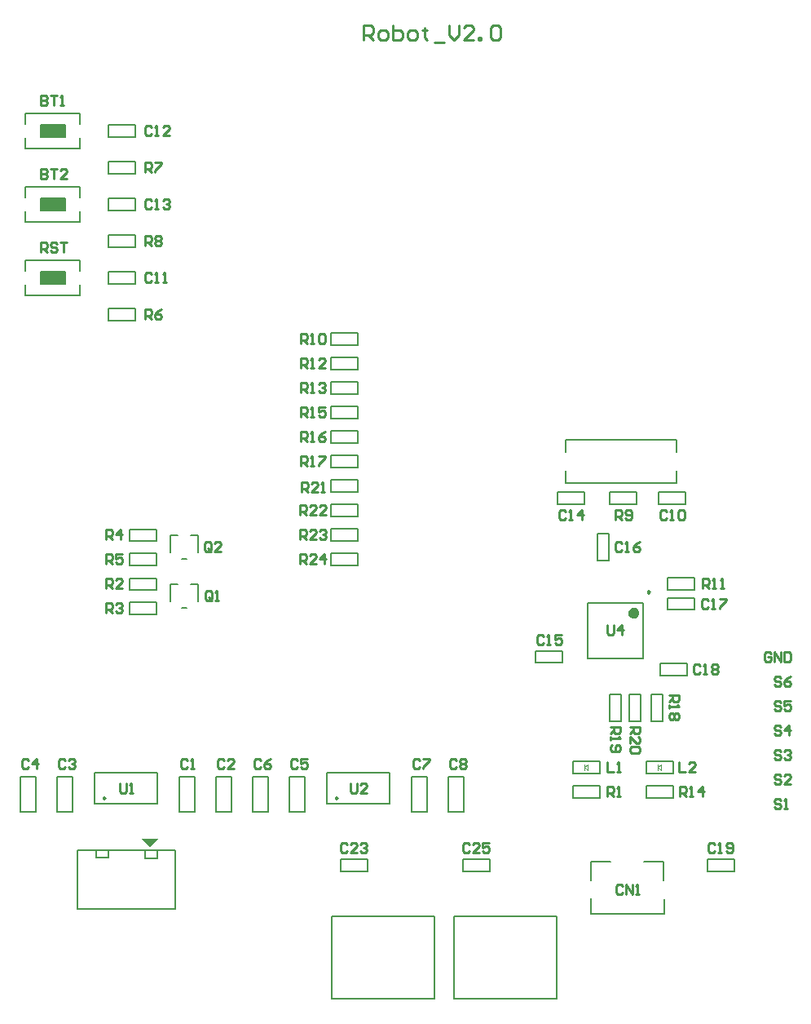
<source format=gto>
G04*
G04 #@! TF.GenerationSoftware,Altium Limited,Altium Designer,21.3.2 (30)*
G04*
G04 Layer_Color=65535*
%FSLAX25Y25*%
%MOIN*%
G70*
G04*
G04 #@! TF.SameCoordinates,0941D6B8-9053-4ACA-ABC4-2B4951EE2B0C*
G04*
G04*
G04 #@! TF.FilePolarity,Positive*
G04*
G01*
G75*
%ADD10C,0.00984*%
%ADD11C,0.02362*%
%ADD12C,0.00787*%
%ADD13C,0.00700*%
%ADD14C,0.00394*%
%ADD15C,0.00800*%
%ADD16C,0.01000*%
%ADD17R,0.10000X0.05000*%
G36*
X73550Y30950D02*
X66450D01*
X69950Y27450D01*
Y27350D01*
X73550Y30950D01*
D02*
G37*
D10*
X274055Y131693D02*
X273317Y132119D01*
Y131267D01*
X274055Y131693D01*
X146492Y47417D02*
X145754Y47844D01*
Y46991D01*
X146492Y47417D01*
X51492D02*
X50754Y47844D01*
Y46991D01*
X51492Y47417D01*
D11*
X268543Y123130D02*
X268099Y124053D01*
X267099Y124281D01*
X266298Y123642D01*
Y122617D01*
X267099Y121978D01*
X268099Y122206D01*
X268543Y123130D01*
D12*
X277638Y172362D02*
X288661D01*
X277638Y167638D02*
Y172362D01*
Y167638D02*
X288661D01*
Y172362D01*
X257638Y167638D02*
Y172362D01*
X268661D01*
Y167638D02*
Y172362D01*
X257638Y167638D02*
X268661D01*
X236339D02*
X247362D01*
Y172362D01*
X236339D02*
X247362D01*
X236339Y167638D02*
Y172362D01*
X252795Y144331D02*
Y155354D01*
Y144331D02*
X257520D01*
Y155354D01*
X252795D02*
X257520D01*
X239685Y193861D02*
X284961D01*
X239685Y176145D02*
X284961D01*
Y188940D02*
Y193861D01*
Y176145D02*
Y181066D01*
X239685Y188940D02*
Y193861D01*
Y176145D02*
Y181066D01*
X208661Y17638D02*
Y22362D01*
X197638Y17638D02*
X208661D01*
X197638D02*
Y22362D01*
X208661D01*
X158661Y17638D02*
Y22362D01*
X147638Y17638D02*
X158661D01*
X147638D02*
Y22362D01*
X158661D01*
X308661Y17638D02*
Y22362D01*
X297638Y17638D02*
X308661D01*
X297638D02*
Y22362D01*
X308661D01*
X250000Y158D02*
Y6457D01*
Y158D02*
X280118D01*
Y6260D01*
X250000Y21614D02*
X258268D01*
X250000Y13740D02*
Y21614D01*
X279921Y13740D02*
Y21614D01*
X271654D02*
X279921D01*
X242638Y57638D02*
Y62362D01*
X253661D01*
Y57638D02*
Y62362D01*
X242638Y57638D02*
X253661D01*
X253661Y47638D02*
Y52362D01*
X242638Y47638D02*
X253661D01*
X242638D02*
Y52362D01*
X253661D01*
X272638Y47638D02*
Y52362D01*
X283661D01*
Y47638D02*
Y52362D01*
X272638Y47638D02*
X283661D01*
X272638Y57638D02*
Y62362D01*
X283661D01*
Y57638D02*
Y62362D01*
X272638Y57638D02*
X283661D01*
X279362Y78839D02*
Y89862D01*
X274638D02*
X279362D01*
X274638Y78839D02*
Y89862D01*
Y78839D02*
X279362D01*
X265638Y78839D02*
Y89862D01*
Y78839D02*
X270362D01*
Y89862D01*
X265638D02*
X270362D01*
X257669Y78839D02*
Y89862D01*
Y78839D02*
X262394D01*
Y89862D01*
X257669D02*
X262394D01*
X281563Y132638D02*
Y137362D01*
X292587D01*
Y132638D02*
Y137362D01*
X281563Y132638D02*
X292587D01*
X281563Y129035D02*
X292587D01*
X281563Y124311D02*
Y129035D01*
Y124311D02*
X292587D01*
Y129035D01*
X278543Y102362D02*
X289567D01*
X278543Y97638D02*
Y102362D01*
Y97638D02*
X289567D01*
Y102362D01*
X227571Y102657D02*
X238595D01*
Y107382D01*
X227571D02*
X238595D01*
X227571Y102657D02*
Y107382D01*
X248858Y127067D02*
X271299D01*
X248858Y104626D02*
X271299D01*
Y127067D01*
X248858Y104626D02*
Y127067D01*
X72362Y152480D02*
Y157205D01*
X61339Y152480D02*
X72362D01*
X61339D02*
Y157205D01*
X72362D01*
X61339Y142638D02*
Y147362D01*
X72362D01*
Y142638D02*
Y147362D01*
X61339Y142638D02*
X72362D01*
X72362Y132480D02*
Y137205D01*
X61339Y132480D02*
X72362D01*
X61339D02*
Y137205D01*
X72362D01*
X61339Y122638D02*
Y127362D01*
X72362D01*
Y122638D02*
Y127362D01*
X61339Y122638D02*
X72362D01*
X78031Y134646D02*
X81083D01*
X86398D02*
X89449D01*
Y127756D02*
Y134646D01*
X82657Y125197D02*
X84823D01*
X78031Y127756D02*
Y134646D01*
Y154646D02*
X81083D01*
X86398D02*
X89449D01*
Y147756D02*
Y154646D01*
X82657Y145197D02*
X84823D01*
X78031Y147756D02*
Y154646D01*
X143839Y142638D02*
Y147362D01*
X154862D01*
Y142638D02*
Y147362D01*
X143839Y142638D02*
X154862D01*
X143839Y152638D02*
Y157362D01*
X154862D01*
Y152638D02*
Y157362D01*
X143839Y152638D02*
X154862D01*
X143839Y162638D02*
Y167362D01*
X154862D01*
Y162638D02*
Y167362D01*
X143839Y162638D02*
X154862D01*
X143839Y172638D02*
Y177362D01*
X154862D01*
Y172638D02*
Y177362D01*
X143839Y172638D02*
X154862D01*
X143839Y182638D02*
Y187362D01*
X154862D01*
Y182638D02*
Y187362D01*
X143839Y182638D02*
X154862D01*
X143839Y192638D02*
Y197362D01*
X154862D01*
Y192638D02*
Y197362D01*
X143839Y192638D02*
X154862D01*
X143839Y202638D02*
Y207362D01*
X154862D01*
Y202638D02*
Y207362D01*
X143839Y202638D02*
X154862D01*
X143839Y212638D02*
Y217362D01*
X154862D01*
Y212638D02*
Y217362D01*
X143839Y212638D02*
X154862D01*
X143839Y222638D02*
Y227362D01*
X154862D01*
Y222638D02*
Y227362D01*
X143839Y222638D02*
X154862D01*
X143839Y232638D02*
Y237362D01*
X154862D01*
Y232638D02*
Y237362D01*
X143839Y232638D02*
X154862D01*
X52638Y317638D02*
X63661D01*
Y322362D01*
X52638D02*
X63661D01*
X52638Y317638D02*
Y322362D01*
Y242638D02*
Y247362D01*
X63661D01*
Y242638D02*
Y247362D01*
X52638Y242638D02*
X63661D01*
X52638Y257638D02*
X63661D01*
Y262362D01*
X52638D02*
X63661D01*
X52638Y257638D02*
Y262362D01*
Y272638D02*
Y277362D01*
X63661D01*
Y272638D02*
Y277362D01*
X52638Y272638D02*
X63661D01*
X52638Y287638D02*
X63661D01*
Y292362D01*
X52638D02*
X63661D01*
X52638Y287638D02*
Y292362D01*
Y302638D02*
Y307362D01*
X63661D01*
Y302638D02*
Y307362D01*
X52638Y302638D02*
X63661D01*
X41061Y312700D02*
Y317200D01*
Y322800D02*
Y327300D01*
X18861D02*
X41061D01*
X18861Y312700D02*
X41061D01*
X18861D02*
Y317200D01*
Y322800D02*
Y327300D01*
X41061Y282700D02*
Y287200D01*
Y292800D02*
Y297300D01*
X18861D02*
X41061D01*
X18861Y282700D02*
X41061D01*
X18861D02*
Y287200D01*
Y292800D02*
Y297300D01*
X41061Y252700D02*
Y257200D01*
Y262800D02*
Y267300D01*
X18861D02*
X41061D01*
X18861Y252700D02*
X41061D01*
X18861D02*
Y257200D01*
Y262800D02*
Y267300D01*
X31752Y56185D02*
X38150D01*
Y41815D02*
Y56185D01*
X31752Y41815D02*
X38150D01*
X31752D02*
Y56185D01*
X176752Y41815D02*
Y56185D01*
Y41815D02*
X183150D01*
Y56185D01*
X176752D02*
X183150D01*
X142205Y45118D02*
X167795D01*
X142205Y57717D02*
X167795D01*
X142205Y45118D02*
Y57717D01*
X167795Y45118D02*
Y57717D01*
X126752Y41815D02*
Y56185D01*
Y41815D02*
X133150D01*
Y56185D01*
X126752D02*
X133150D01*
X111752Y41815D02*
Y56185D01*
Y41815D02*
X118150D01*
Y56185D01*
X111752D02*
X118150D01*
X191752Y41815D02*
Y56185D01*
Y41815D02*
X198150D01*
Y56185D01*
X191752D02*
X198150D01*
X47205Y45118D02*
X72795D01*
X47205Y57717D02*
X72795D01*
X47205Y45118D02*
Y57717D01*
X72795Y45118D02*
Y57717D01*
X16752Y41815D02*
Y56185D01*
Y41815D02*
X23150D01*
Y56185D01*
X16752D02*
X23150D01*
X96752Y41815D02*
Y56185D01*
Y41815D02*
X103150D01*
Y56185D01*
X96752D02*
X103150D01*
X81752Y41815D02*
Y56185D01*
Y41815D02*
X88150D01*
Y56185D01*
X81752D02*
X88150D01*
X235984Y-34500D02*
Y-1000D01*
X194000Y-34500D02*
X235984D01*
X194000D02*
Y-1000D01*
X235984D01*
X185984Y-34500D02*
Y-1000D01*
X144000Y-34500D02*
X185984D01*
X144000D02*
Y-1000D01*
X185984D01*
D13*
X47900Y23000D02*
Y26000D01*
Y23000D02*
X52900D01*
Y26000D01*
X67800Y22900D02*
Y25900D01*
Y22900D02*
X72800D01*
Y25900D01*
X40000Y2000D02*
Y16000D01*
X80000Y2000D02*
Y26000D01*
X40000D02*
X80000D01*
X40000Y16000D02*
Y26000D01*
Y2000D02*
X80000D01*
D14*
X247450Y58800D02*
Y61200D01*
Y60000D02*
X248850Y58800D01*
X247450Y60000D02*
X248850Y61200D01*
Y58800D02*
Y61200D01*
X277450Y58800D02*
Y61200D01*
Y60000D02*
X278850Y58800D01*
X277450Y60000D02*
X278850Y61200D01*
Y58800D02*
Y61200D01*
D15*
X24961Y317500D02*
Y322500D01*
Y317500D02*
X34961D01*
Y322500D01*
X24961D02*
X34961D01*
X24961Y287500D02*
Y292500D01*
Y287500D02*
X34961D01*
Y292500D01*
X24961D02*
X34961D01*
X24961Y257500D02*
Y262500D01*
Y257500D02*
X34961D01*
Y262500D01*
X24961D02*
X34961D01*
D16*
X157000Y357000D02*
Y362998D01*
X159999D01*
X160999Y361998D01*
Y359999D01*
X159999Y358999D01*
X157000D01*
X158999D02*
X160999Y357000D01*
X163998D02*
X165997D01*
X166997Y357999D01*
Y359999D01*
X165997Y360998D01*
X163998D01*
X162998Y359999D01*
Y357999D01*
X163998Y357000D01*
X168996Y362998D02*
Y357000D01*
X171995D01*
X172995Y357999D01*
Y358999D01*
Y359999D01*
X171995Y360998D01*
X168996D01*
X175994Y357000D02*
X177993D01*
X178993Y357999D01*
Y359999D01*
X177993Y360998D01*
X175994D01*
X174994Y359999D01*
Y357999D01*
X175994Y357000D01*
X181992Y361998D02*
Y360998D01*
X180992D01*
X182992D01*
X181992D01*
Y357999D01*
X182992Y357000D01*
X185991Y356000D02*
X189989D01*
X191989Y362998D02*
Y358999D01*
X193988Y357000D01*
X195987Y358999D01*
Y362998D01*
X201985Y357000D02*
X197987D01*
X201985Y360998D01*
Y361998D01*
X200986Y362998D01*
X198986D01*
X197987Y361998D01*
X203985Y357000D02*
Y357999D01*
X204984D01*
Y357000D01*
X203985D01*
X208983Y361998D02*
X209983Y362998D01*
X211982D01*
X212982Y361998D01*
Y357999D01*
X211982Y357000D01*
X209983D01*
X208983Y357999D01*
Y361998D01*
X282001Y89498D02*
X285999D01*
Y87499D01*
X285333Y86833D01*
X284000D01*
X283334Y87499D01*
Y89498D01*
Y88165D02*
X282001Y86833D01*
Y85500D02*
Y84167D01*
Y84833D01*
X285999D01*
X285333Y85500D01*
Y82167D02*
X285999Y81501D01*
Y80168D01*
X285333Y79502D01*
X284666D01*
X284000Y80168D01*
X283334Y79502D01*
X282667D01*
X282001Y80168D01*
Y81501D01*
X282667Y82167D01*
X283334D01*
X284000Y81501D01*
X284666Y82167D01*
X285333D01*
X284000Y81501D02*
Y80168D01*
X323667Y106332D02*
X323001Y106999D01*
X321668D01*
X321001Y106332D01*
Y103666D01*
X321668Y103000D01*
X323001D01*
X323667Y103666D01*
Y104999D01*
X322334D01*
X325000Y103000D02*
Y106999D01*
X327666Y103000D01*
Y106999D01*
X328999D02*
Y103000D01*
X330998D01*
X331664Y103666D01*
Y106332D01*
X330998Y106999D01*
X328999D01*
X327666Y96332D02*
X326999Y96999D01*
X325666D01*
X325000Y96332D01*
Y95666D01*
X325666Y94999D01*
X326999D01*
X327666Y94333D01*
Y93666D01*
X326999Y93000D01*
X325666D01*
X325000Y93666D01*
X331664Y96999D02*
X330332Y96332D01*
X328999Y94999D01*
Y93666D01*
X329665Y93000D01*
X330998D01*
X331664Y93666D01*
Y94333D01*
X330998Y94999D01*
X328999D01*
X327666Y46332D02*
X326999Y46999D01*
X325666D01*
X325000Y46332D01*
Y45666D01*
X325666Y44999D01*
X326999D01*
X327666Y44333D01*
Y43666D01*
X326999Y43000D01*
X325666D01*
X325000Y43666D01*
X328999Y43000D02*
X330332D01*
X329665D01*
Y46999D01*
X328999Y46332D01*
X327666Y56332D02*
X326999Y56999D01*
X325666D01*
X325000Y56332D01*
Y55666D01*
X325666Y54999D01*
X326999D01*
X327666Y54333D01*
Y53666D01*
X326999Y53000D01*
X325666D01*
X325000Y53666D01*
X331664Y53000D02*
X328999D01*
X331664Y55666D01*
Y56332D01*
X330998Y56999D01*
X329665D01*
X328999Y56332D01*
X327666Y66332D02*
X326999Y66999D01*
X325666D01*
X325000Y66332D01*
Y65666D01*
X325666Y64999D01*
X326999D01*
X327666Y64333D01*
Y63666D01*
X326999Y63000D01*
X325666D01*
X325000Y63666D01*
X328999Y66332D02*
X329665Y66999D01*
X330998D01*
X331664Y66332D01*
Y65666D01*
X330998Y64999D01*
X330332D01*
X330998D01*
X331664Y64333D01*
Y63666D01*
X330998Y63000D01*
X329665D01*
X328999Y63666D01*
X327666Y76332D02*
X326999Y76999D01*
X325666D01*
X325000Y76332D01*
Y75666D01*
X325666Y74999D01*
X326999D01*
X327666Y74333D01*
Y73666D01*
X326999Y73000D01*
X325666D01*
X325000Y73666D01*
X330998Y73000D02*
Y76999D01*
X328999Y74999D01*
X331664D01*
X327666Y86332D02*
X326999Y86999D01*
X325666D01*
X325000Y86332D01*
Y85666D01*
X325666Y84999D01*
X326999D01*
X327666Y84333D01*
Y83666D01*
X326999Y83000D01*
X325666D01*
X325000Y83666D01*
X331664Y86999D02*
X328999D01*
Y84999D01*
X330332Y85666D01*
X330998D01*
X331664Y84999D01*
Y83666D01*
X330998Y83000D01*
X329665D01*
X328999Y83666D01*
X281167Y164333D02*
X280501Y164999D01*
X279168D01*
X278502Y164333D01*
Y161667D01*
X279168Y161001D01*
X280501D01*
X281167Y161667D01*
X282500Y161001D02*
X283833D01*
X283167D01*
Y164999D01*
X282500Y164333D01*
X285833D02*
X286499Y164999D01*
X287832D01*
X288498Y164333D01*
Y161667D01*
X287832Y161001D01*
X286499D01*
X285833Y161667D01*
Y164333D01*
X260168Y161001D02*
Y164999D01*
X262167D01*
X262834Y164333D01*
Y163000D01*
X262167Y162334D01*
X260168D01*
X261501D02*
X262834Y161001D01*
X264166Y161667D02*
X264833Y161001D01*
X266166D01*
X266832Y161667D01*
Y164333D01*
X266166Y164999D01*
X264833D01*
X264166Y164333D01*
Y163666D01*
X264833Y163000D01*
X266832D01*
X239667Y164333D02*
X239001Y164999D01*
X237668D01*
X237002Y164333D01*
Y161667D01*
X237668Y161001D01*
X239001D01*
X239667Y161667D01*
X241000Y161001D02*
X242333D01*
X241667D01*
Y164999D01*
X241000Y164333D01*
X246332Y161001D02*
Y164999D01*
X244333Y163000D01*
X246998D01*
X262667Y151333D02*
X262001Y151999D01*
X260668D01*
X260002Y151333D01*
Y148667D01*
X260668Y148001D01*
X262001D01*
X262667Y148667D01*
X264000Y148001D02*
X265333D01*
X264667D01*
Y151999D01*
X264000Y151333D01*
X269998Y151999D02*
X268666Y151333D01*
X267333Y150000D01*
Y148667D01*
X267999Y148001D01*
X269332D01*
X269998Y148667D01*
Y149334D01*
X269332Y150000D01*
X267333D01*
X200334Y28333D02*
X199668Y28999D01*
X198335D01*
X197668Y28333D01*
Y25667D01*
X198335Y25001D01*
X199668D01*
X200334Y25667D01*
X204333Y25001D02*
X201667D01*
X204333Y27666D01*
Y28333D01*
X203666Y28999D01*
X202333D01*
X201667Y28333D01*
X208332Y28999D02*
X205666D01*
Y27000D01*
X206999Y27666D01*
X207665D01*
X208332Y27000D01*
Y25667D01*
X207665Y25001D01*
X206332D01*
X205666Y25667D01*
X150334Y28333D02*
X149668Y28999D01*
X148335D01*
X147668Y28333D01*
Y25667D01*
X148335Y25001D01*
X149668D01*
X150334Y25667D01*
X154333Y25001D02*
X151667D01*
X154333Y27666D01*
Y28333D01*
X153666Y28999D01*
X152333D01*
X151667Y28333D01*
X155666D02*
X156332Y28999D01*
X157665D01*
X158332Y28333D01*
Y27666D01*
X157665Y27000D01*
X156999D01*
X157665D01*
X158332Y26334D01*
Y25667D01*
X157665Y25001D01*
X156332D01*
X155666Y25667D01*
X300667Y28333D02*
X300001Y28999D01*
X298668D01*
X298002Y28333D01*
Y25667D01*
X298668Y25001D01*
X300001D01*
X300667Y25667D01*
X302000Y25001D02*
X303333D01*
X302667D01*
Y28999D01*
X302000Y28333D01*
X305333Y25667D02*
X305999Y25001D01*
X307332D01*
X307998Y25667D01*
Y28333D01*
X307332Y28999D01*
X305999D01*
X305333Y28333D01*
Y27666D01*
X305999Y27000D01*
X307998D01*
X263001Y11333D02*
X262334Y11999D01*
X261001D01*
X260335Y11333D01*
Y8667D01*
X261001Y8001D01*
X262334D01*
X263001Y8667D01*
X264334Y8001D02*
Y11999D01*
X266999Y8001D01*
Y11999D01*
X268332Y8001D02*
X269665D01*
X268999D01*
Y11999D01*
X268332Y11333D01*
X256834Y61999D02*
Y58001D01*
X259500D01*
X260833D02*
X262166D01*
X261499D01*
Y61999D01*
X260833Y61333D01*
X256834Y48001D02*
Y51999D01*
X258834D01*
X259500Y51333D01*
Y50000D01*
X258834Y49334D01*
X256834D01*
X258167D02*
X259500Y48001D01*
X260833D02*
X262166D01*
X261499D01*
Y51999D01*
X260833Y51333D01*
X286502Y48001D02*
Y51999D01*
X288501D01*
X289167Y51333D01*
Y50000D01*
X288501Y49334D01*
X286502D01*
X287835D02*
X289167Y48001D01*
X290500D02*
X291833D01*
X291167D01*
Y51999D01*
X290500Y51333D01*
X295832Y48001D02*
Y51999D01*
X293833Y50000D01*
X296498D01*
X286168Y61999D02*
Y58001D01*
X288834D01*
X292832D02*
X290166D01*
X292832Y60666D01*
Y61333D01*
X292166Y61999D01*
X290833D01*
X290166Y61333D01*
X266001Y76332D02*
X269999D01*
Y74332D01*
X269333Y73666D01*
X268000D01*
X267334Y74332D01*
Y76332D01*
Y74999D02*
X266001Y73666D01*
Y69667D02*
Y72333D01*
X268666Y69667D01*
X269333D01*
X269999Y70333D01*
Y71666D01*
X269333Y72333D01*
Y68334D02*
X269999Y67668D01*
Y66335D01*
X269333Y65668D01*
X266667D01*
X266001Y66335D01*
Y67668D01*
X266667Y68334D01*
X269333D01*
X258001Y76498D02*
X261999D01*
Y74499D01*
X261333Y73833D01*
X260000D01*
X259334Y74499D01*
Y76498D01*
Y75165D02*
X258001Y73833D01*
Y72500D02*
Y71167D01*
Y71833D01*
X261999D01*
X261333Y72500D01*
X258667Y69167D02*
X258001Y68501D01*
Y67168D01*
X258667Y66502D01*
X261333D01*
X261999Y67168D01*
Y68501D01*
X261333Y69167D01*
X260666D01*
X260000Y68501D01*
Y66502D01*
X295668Y133001D02*
Y136999D01*
X297667D01*
X298334Y136333D01*
Y135000D01*
X297667Y134334D01*
X295668D01*
X297001D02*
X298334Y133001D01*
X299667D02*
X301000D01*
X300333D01*
Y136999D01*
X299667Y136333D01*
X302999Y133001D02*
X304332D01*
X303665D01*
Y136999D01*
X302999Y136333D01*
X298167Y128033D02*
X297501Y128699D01*
X296168D01*
X295502Y128033D01*
Y125367D01*
X296168Y124701D01*
X297501D01*
X298167Y125367D01*
X299500Y124701D02*
X300833D01*
X300167D01*
Y128699D01*
X299500Y128033D01*
X302833Y128699D02*
X305498D01*
Y128033D01*
X302833Y125367D01*
Y124701D01*
X294667Y101333D02*
X294001Y101999D01*
X292668D01*
X292002Y101333D01*
Y98667D01*
X292668Y98001D01*
X294001D01*
X294667Y98667D01*
X296000Y98001D02*
X297333D01*
X296667D01*
Y101999D01*
X296000Y101333D01*
X299333D02*
X299999Y101999D01*
X301332D01*
X301998Y101333D01*
Y100666D01*
X301332Y100000D01*
X301998Y99334D01*
Y98667D01*
X301332Y98001D01*
X299999D01*
X299333Y98667D01*
Y99334D01*
X299999Y100000D01*
X299333Y100666D01*
Y101333D01*
X299999Y100000D02*
X301332D01*
X230667Y113333D02*
X230001Y113999D01*
X228668D01*
X228002Y113333D01*
Y110667D01*
X228668Y110001D01*
X230001D01*
X230667Y110667D01*
X232000Y110001D02*
X233333D01*
X232667D01*
Y113999D01*
X232000Y113333D01*
X237998Y113999D02*
X235333D01*
Y112000D01*
X236666Y112666D01*
X237332D01*
X237998Y112000D01*
Y110667D01*
X237332Y110001D01*
X235999D01*
X235333Y110667D01*
X256668Y117999D02*
Y114667D01*
X257334Y114001D01*
X258667D01*
X259334Y114667D01*
Y117999D01*
X262666Y114001D02*
Y117999D01*
X260666Y116000D01*
X263332D01*
X51668Y153001D02*
Y156999D01*
X53667D01*
X54334Y156333D01*
Y155000D01*
X53667Y154333D01*
X51668D01*
X53001D02*
X54334Y153001D01*
X57666D02*
Y156999D01*
X55667Y155000D01*
X58332D01*
X51668Y143001D02*
Y146999D01*
X53667D01*
X54334Y146333D01*
Y145000D01*
X53667Y144334D01*
X51668D01*
X53001D02*
X54334Y143001D01*
X58332Y146999D02*
X55667D01*
Y145000D01*
X56999Y145667D01*
X57666D01*
X58332Y145000D01*
Y143667D01*
X57666Y143001D01*
X56333D01*
X55667Y143667D01*
X51668Y133001D02*
Y136999D01*
X53667D01*
X54334Y136333D01*
Y135000D01*
X53667Y134334D01*
X51668D01*
X53001D02*
X54334Y133001D01*
X58332D02*
X55667D01*
X58332Y135667D01*
Y136333D01*
X57666Y136999D01*
X56333D01*
X55667Y136333D01*
X51668Y123001D02*
Y126999D01*
X53667D01*
X54334Y126333D01*
Y125000D01*
X53667Y124334D01*
X51668D01*
X53001D02*
X54334Y123001D01*
X55667Y126333D02*
X56333Y126999D01*
X57666D01*
X58332Y126333D01*
Y125666D01*
X57666Y125000D01*
X56999D01*
X57666D01*
X58332Y124334D01*
Y123667D01*
X57666Y123001D01*
X56333D01*
X55667Y123667D01*
X95000Y128667D02*
Y131333D01*
X94334Y131999D01*
X93001D01*
X92334Y131333D01*
Y128667D01*
X93001Y128001D01*
X94334D01*
X93667Y129333D02*
X95000Y128001D01*
X94334D02*
X95000Y128667D01*
X96333Y128001D02*
X97666D01*
X96999D01*
Y131999D01*
X96333Y131333D01*
X94834Y148667D02*
Y151333D01*
X94167Y151999D01*
X92834D01*
X92168Y151333D01*
Y148667D01*
X92834Y148001D01*
X94167D01*
X93501Y149334D02*
X94834Y148001D01*
X94167D02*
X94834Y148667D01*
X98832Y148001D02*
X96166D01*
X98832Y150666D01*
Y151333D01*
X98166Y151999D01*
X96833D01*
X96166Y151333D01*
X131168Y143001D02*
Y146999D01*
X133168D01*
X133834Y146333D01*
Y145000D01*
X133168Y144334D01*
X131168D01*
X132501D02*
X133834Y143001D01*
X137833D02*
X135167D01*
X137833Y145667D01*
Y146333D01*
X137167Y146999D01*
X135834D01*
X135167Y146333D01*
X141165Y143001D02*
Y146999D01*
X139166Y145000D01*
X141832D01*
X131168Y153001D02*
Y156999D01*
X133168D01*
X133834Y156333D01*
Y155000D01*
X133168Y154333D01*
X131168D01*
X132501D02*
X133834Y153001D01*
X137833D02*
X135167D01*
X137833Y155666D01*
Y156333D01*
X137167Y156999D01*
X135834D01*
X135167Y156333D01*
X139166D02*
X139832Y156999D01*
X141165D01*
X141832Y156333D01*
Y155666D01*
X141165Y155000D01*
X140499D01*
X141165D01*
X141832Y154333D01*
Y153667D01*
X141165Y153001D01*
X139832D01*
X139166Y153667D01*
X131168Y163001D02*
Y166999D01*
X133168D01*
X133834Y166333D01*
Y165000D01*
X133168Y164333D01*
X131168D01*
X132501D02*
X133834Y163001D01*
X137833D02*
X135167D01*
X137833Y165666D01*
Y166333D01*
X137167Y166999D01*
X135834D01*
X135167Y166333D01*
X141832Y163001D02*
X139166D01*
X141832Y165666D01*
Y166333D01*
X141165Y166999D01*
X139832D01*
X139166Y166333D01*
X131835Y172501D02*
Y176499D01*
X133834D01*
X134501Y175833D01*
Y174500D01*
X133834Y173834D01*
X131835D01*
X133168D02*
X134501Y172501D01*
X138499D02*
X135834D01*
X138499Y175166D01*
Y175833D01*
X137833Y176499D01*
X136500D01*
X135834Y175833D01*
X139832Y172501D02*
X141165D01*
X140499D01*
Y176499D01*
X139832Y175833D01*
X131502Y183001D02*
Y186999D01*
X133501D01*
X134167Y186333D01*
Y185000D01*
X133501Y184334D01*
X131502D01*
X132834D02*
X134167Y183001D01*
X135500D02*
X136833D01*
X136167D01*
Y186999D01*
X135500Y186333D01*
X138833Y186999D02*
X141498D01*
Y186333D01*
X138833Y183667D01*
Y183001D01*
X131502Y193001D02*
Y196999D01*
X133501D01*
X134167Y196333D01*
Y195000D01*
X133501Y194334D01*
X131502D01*
X132834D02*
X134167Y193001D01*
X135500D02*
X136833D01*
X136167D01*
Y196999D01*
X135500Y196333D01*
X141498Y196999D02*
X140165Y196333D01*
X138833Y195000D01*
Y193667D01*
X139499Y193001D01*
X140832D01*
X141498Y193667D01*
Y194334D01*
X140832Y195000D01*
X138833D01*
X131502Y203001D02*
Y206999D01*
X133501D01*
X134167Y206333D01*
Y205000D01*
X133501Y204333D01*
X131502D01*
X132834D02*
X134167Y203001D01*
X135500D02*
X136833D01*
X136167D01*
Y206999D01*
X135500Y206333D01*
X141498Y206999D02*
X138833D01*
Y205000D01*
X140165Y205666D01*
X140832D01*
X141498Y205000D01*
Y203667D01*
X140832Y203001D01*
X139499D01*
X138833Y203667D01*
X131502Y213001D02*
Y216999D01*
X133501D01*
X134167Y216333D01*
Y215000D01*
X133501Y214334D01*
X131502D01*
X132834D02*
X134167Y213001D01*
X135500D02*
X136833D01*
X136167D01*
Y216999D01*
X135500Y216333D01*
X138833D02*
X139499Y216999D01*
X140832D01*
X141498Y216333D01*
Y215666D01*
X140832Y215000D01*
X140165D01*
X140832D01*
X141498Y214334D01*
Y213667D01*
X140832Y213001D01*
X139499D01*
X138833Y213667D01*
X131502Y223001D02*
Y226999D01*
X133501D01*
X134167Y226333D01*
Y225000D01*
X133501Y224334D01*
X131502D01*
X132834D02*
X134167Y223001D01*
X135500D02*
X136833D01*
X136167D01*
Y226999D01*
X135500Y226333D01*
X141498Y223001D02*
X138833D01*
X141498Y225666D01*
Y226333D01*
X140832Y226999D01*
X139499D01*
X138833Y226333D01*
X131502Y233001D02*
Y236999D01*
X133501D01*
X134167Y236333D01*
Y235000D01*
X133501Y234334D01*
X131502D01*
X132834D02*
X134167Y233001D01*
X135500D02*
X136833D01*
X136167D01*
Y236999D01*
X135500Y236333D01*
X138833D02*
X139499Y236999D01*
X140832D01*
X141498Y236333D01*
Y233667D01*
X140832Y233001D01*
X139499D01*
X138833Y233667D01*
Y236333D01*
X70334Y321333D02*
X69667Y321999D01*
X68334D01*
X67668Y321333D01*
Y318667D01*
X68334Y318001D01*
X69667D01*
X70334Y318667D01*
X71667Y318001D02*
X72999D01*
X72333D01*
Y321999D01*
X71667Y321333D01*
X77665Y318001D02*
X74999D01*
X77665Y320666D01*
Y321333D01*
X76998Y321999D01*
X75665D01*
X74999Y321333D01*
X67668Y243001D02*
Y246999D01*
X69667D01*
X70334Y246333D01*
Y245000D01*
X69667Y244334D01*
X67668D01*
X69001D02*
X70334Y243001D01*
X74332Y246999D02*
X72999Y246333D01*
X71667Y245000D01*
Y243667D01*
X72333Y243001D01*
X73666D01*
X74332Y243667D01*
Y244334D01*
X73666Y245000D01*
X71667D01*
X70334Y261333D02*
X69667Y261999D01*
X68334D01*
X67668Y261333D01*
Y258667D01*
X68334Y258001D01*
X69667D01*
X70334Y258667D01*
X71667Y258001D02*
X72999D01*
X72333D01*
Y261999D01*
X71667Y261333D01*
X74999Y258001D02*
X76332D01*
X75665D01*
Y261999D01*
X74999Y261333D01*
X67668Y273001D02*
Y276999D01*
X69667D01*
X70334Y276333D01*
Y275000D01*
X69667Y274334D01*
X67668D01*
X69001D02*
X70334Y273001D01*
X71667Y276333D02*
X72333Y276999D01*
X73666D01*
X74332Y276333D01*
Y275666D01*
X73666Y275000D01*
X74332Y274334D01*
Y273667D01*
X73666Y273001D01*
X72333D01*
X71667Y273667D01*
Y274334D01*
X72333Y275000D01*
X71667Y275666D01*
Y276333D01*
X72333Y275000D02*
X73666D01*
X70334Y291333D02*
X69667Y291999D01*
X68334D01*
X67668Y291333D01*
Y288667D01*
X68334Y288001D01*
X69667D01*
X70334Y288667D01*
X71667Y288001D02*
X72999D01*
X72333D01*
Y291999D01*
X71667Y291333D01*
X74999D02*
X75665Y291999D01*
X76998D01*
X77665Y291333D01*
Y290666D01*
X76998Y290000D01*
X76332D01*
X76998D01*
X77665Y289334D01*
Y288667D01*
X76998Y288001D01*
X75665D01*
X74999Y288667D01*
X67668Y303001D02*
Y306999D01*
X69667D01*
X70334Y306333D01*
Y305000D01*
X69667Y304334D01*
X67668D01*
X69001D02*
X70334Y303001D01*
X71667Y306999D02*
X74332D01*
Y306333D01*
X71667Y303667D01*
Y303001D01*
X25000Y304499D02*
Y300500D01*
X26999D01*
X27666Y301166D01*
Y301833D01*
X26999Y302499D01*
X25000D01*
X26999D01*
X27666Y303166D01*
Y303832D01*
X26999Y304499D01*
X25000D01*
X28999D02*
X31664D01*
X30332D01*
Y300500D01*
X35663D02*
X32997D01*
X35663Y303166D01*
Y303832D01*
X34997Y304499D01*
X33664D01*
X32997Y303832D01*
X25000Y334499D02*
Y330500D01*
X26999D01*
X27666Y331166D01*
Y331833D01*
X26999Y332499D01*
X25000D01*
X26999D01*
X27666Y333166D01*
Y333832D01*
X26999Y334499D01*
X25000D01*
X28999D02*
X31664D01*
X30332D01*
Y330500D01*
X32997D02*
X34330D01*
X33664D01*
Y334499D01*
X32997Y333832D01*
X25000Y270500D02*
Y274499D01*
X26999D01*
X27666Y273832D01*
Y272499D01*
X26999Y271833D01*
X25000D01*
X26333D02*
X27666Y270500D01*
X31664Y273832D02*
X30998Y274499D01*
X29665D01*
X28999Y273832D01*
Y273166D01*
X29665Y272499D01*
X30998D01*
X31664Y271833D01*
Y271166D01*
X30998Y270500D01*
X29665D01*
X28999Y271166D01*
X32997Y274499D02*
X35663D01*
X34330D01*
Y270500D01*
X151668Y53499D02*
Y50167D01*
X152334Y49501D01*
X153667D01*
X154333Y50167D01*
Y53499D01*
X158332Y49501D02*
X155666D01*
X158332Y52166D01*
Y52833D01*
X157666Y53499D01*
X156333D01*
X155666Y52833D01*
X57334Y53499D02*
Y50167D01*
X58001Y49501D01*
X59334D01*
X60000Y50167D01*
Y53499D01*
X61333Y49501D02*
X62666D01*
X61999D01*
Y53499D01*
X61333Y52833D01*
X195066Y62932D02*
X194399Y63599D01*
X193067D01*
X192400Y62932D01*
Y60266D01*
X193067Y59600D01*
X194399D01*
X195066Y60266D01*
X196399Y62932D02*
X197065Y63599D01*
X198398D01*
X199065Y62932D01*
Y62266D01*
X198398Y61599D01*
X199065Y60933D01*
Y60266D01*
X198398Y59600D01*
X197065D01*
X196399Y60266D01*
Y60933D01*
X197065Y61599D01*
X196399Y62266D01*
Y62932D01*
X197065Y61599D02*
X198398D01*
X180066Y62932D02*
X179399Y63599D01*
X178067D01*
X177400Y62932D01*
Y60266D01*
X178067Y59600D01*
X179399D01*
X180066Y60266D01*
X181399Y63599D02*
X184064D01*
Y62932D01*
X181399Y60266D01*
Y59600D01*
X115066Y62932D02*
X114399Y63599D01*
X113066D01*
X112400Y62932D01*
Y60266D01*
X113066Y59600D01*
X114399D01*
X115066Y60266D01*
X119064Y63599D02*
X117732Y62932D01*
X116399Y61599D01*
Y60266D01*
X117065Y59600D01*
X118398D01*
X119064Y60266D01*
Y60933D01*
X118398Y61599D01*
X116399D01*
X130066Y62932D02*
X129399Y63599D01*
X128067D01*
X127400Y62932D01*
Y60266D01*
X128067Y59600D01*
X129399D01*
X130066Y60266D01*
X134064Y63599D02*
X131399D01*
Y61599D01*
X132732Y62266D01*
X133398D01*
X134064Y61599D01*
Y60266D01*
X133398Y59600D01*
X132065D01*
X131399Y60266D01*
X20066Y62932D02*
X19399Y63599D01*
X18067D01*
X17400Y62932D01*
Y60266D01*
X18067Y59600D01*
X19399D01*
X20066Y60266D01*
X23398Y59600D02*
Y63599D01*
X21399Y61599D01*
X24065D01*
X35066Y62932D02*
X34399Y63599D01*
X33066D01*
X32400Y62932D01*
Y60266D01*
X33066Y59600D01*
X34399D01*
X35066Y60266D01*
X36399Y62932D02*
X37065Y63599D01*
X38398D01*
X39064Y62932D01*
Y62266D01*
X38398Y61599D01*
X37732D01*
X38398D01*
X39064Y60933D01*
Y60266D01*
X38398Y59600D01*
X37065D01*
X36399Y60266D01*
X100066Y62932D02*
X99399Y63599D01*
X98066D01*
X97400Y62932D01*
Y60266D01*
X98066Y59600D01*
X99399D01*
X100066Y60266D01*
X104065Y59600D02*
X101399D01*
X104065Y62266D01*
Y62932D01*
X103398Y63599D01*
X102065D01*
X101399Y62932D01*
X85066D02*
X84399Y63599D01*
X83066D01*
X82400Y62932D01*
Y60266D01*
X83066Y59600D01*
X84399D01*
X85066Y60266D01*
X86399Y59600D02*
X87732D01*
X87065D01*
Y63599D01*
X86399Y62932D01*
D17*
X29960Y320000D02*
D03*
X29958Y290000D02*
D03*
X29956Y260000D02*
D03*
M02*

</source>
